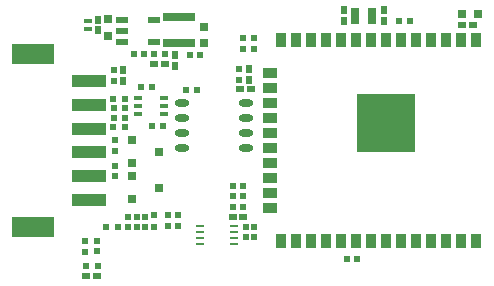
<source format=gtp>
G04 Layer_Color=8421504*
%FSLAX24Y24*%
%MOIN*%
G70*
G01*
G75*
%ADD10R,0.0413X0.0236*%
%ADD11R,0.0315X0.0157*%
%ADD12R,0.0276X0.0276*%
%ADD13R,0.0197X0.0236*%
%ADD14R,0.0315X0.0098*%
%ADD15R,0.0256X0.0128*%
%ADD16O,0.0492X0.0236*%
%ADD17R,0.0354X0.0472*%
%ADD18R,0.0472X0.0354*%
%ADD19R,0.1968X0.1968*%
%ADD20R,0.1417X0.0709*%
%ADD21R,0.1181X0.0394*%
%ADD22R,0.0232X0.0244*%
%ADD23R,0.1063X0.0315*%
%ADD24R,0.0295X0.0551*%
%ADD25R,0.0300X0.0300*%
%ADD26R,0.0217X0.0217*%
%ADD27R,0.0213X0.0252*%
%ADD28R,0.0217X0.0217*%
%ADD29R,0.0252X0.0213*%
%ADD30R,0.0236X0.0197*%
%ADD31R,0.0300X0.0300*%
D10*
X4782Y4024D02*
D03*
Y3276D02*
D03*
X3738D02*
D03*
Y3650D02*
D03*
Y4024D02*
D03*
D11*
X5123Y1406D02*
D03*
Y1150D02*
D03*
Y894D02*
D03*
X4277D02*
D03*
Y1150D02*
D03*
Y1406D02*
D03*
D12*
X4961Y-370D02*
D03*
X4061Y-740D02*
D03*
Y10D02*
D03*
Y-1190D02*
D03*
Y-1940D02*
D03*
X4961Y-1570D02*
D03*
D13*
X3834Y444D02*
D03*
X3440D02*
D03*
X3590Y-2880D02*
D03*
X3196D02*
D03*
X2915Y-4184D02*
D03*
X2522D02*
D03*
X3834Y1400D02*
D03*
X3440D02*
D03*
D14*
X6333Y-2855D02*
D03*
Y-3052D02*
D03*
Y-3248D02*
D03*
Y-3445D02*
D03*
X7467Y-2855D02*
D03*
Y-3052D02*
D03*
Y-3248D02*
D03*
Y-3445D02*
D03*
D15*
X2600Y3978D02*
D03*
Y3722D02*
D03*
D16*
X7873Y-253D02*
D03*
Y247D02*
D03*
Y747D02*
D03*
Y1247D02*
D03*
X5727Y-253D02*
D03*
Y247D02*
D03*
Y747D02*
D03*
Y1247D02*
D03*
D17*
X15546Y3346D02*
D03*
X15046D02*
D03*
X14546D02*
D03*
X14046D02*
D03*
X13546D02*
D03*
X13046D02*
D03*
X12546D02*
D03*
X12046D02*
D03*
X11546D02*
D03*
X11046D02*
D03*
X10546D02*
D03*
X10046D02*
D03*
X9546D02*
D03*
X9046D02*
D03*
Y-3346D02*
D03*
X9546D02*
D03*
X10046D02*
D03*
X10546D02*
D03*
X11046D02*
D03*
X11546D02*
D03*
X12046D02*
D03*
X12546D02*
D03*
X13046D02*
D03*
X13546D02*
D03*
X14046D02*
D03*
X14546D02*
D03*
X15046D02*
D03*
X15546D02*
D03*
D18*
X8653Y2250D02*
D03*
Y1750D02*
D03*
Y1250D02*
D03*
Y750D02*
D03*
Y250D02*
D03*
Y-250D02*
D03*
Y-750D02*
D03*
Y-1250D02*
D03*
Y-1750D02*
D03*
Y-2250D02*
D03*
D19*
X12515Y591D02*
D03*
D20*
X766Y2894D02*
D03*
Y-2894D02*
D03*
D21*
X2616Y1969D02*
D03*
Y1181D02*
D03*
Y394D02*
D03*
Y-394D02*
D03*
Y-1181D02*
D03*
Y-1968D02*
D03*
D22*
X3471Y1100D02*
D03*
X3829D02*
D03*
X3461Y750D02*
D03*
X3819D02*
D03*
D23*
X5630Y3254D02*
D03*
Y4120D02*
D03*
D24*
X11509Y4160D02*
D03*
X12080D02*
D03*
D25*
X6450Y3250D02*
D03*
Y3800D02*
D03*
X3280Y4050D02*
D03*
Y3500D02*
D03*
D26*
X7777Y-2200D02*
D03*
X7423D02*
D03*
X5873Y1670D02*
D03*
X6227D02*
D03*
X7773Y3050D02*
D03*
X8127D02*
D03*
X7773Y3410D02*
D03*
X8127D02*
D03*
X5993Y2860D02*
D03*
X6347D02*
D03*
X4477Y2880D02*
D03*
X4123D02*
D03*
X5157Y2870D02*
D03*
X4803D02*
D03*
X11577Y-3950D02*
D03*
X11223D02*
D03*
X7423Y-1850D02*
D03*
X7777D02*
D03*
X7423Y-1500D02*
D03*
X7777D02*
D03*
X5089Y480D02*
D03*
X4734D02*
D03*
X4373Y1800D02*
D03*
X4727D02*
D03*
X12973Y3979D02*
D03*
X13327D02*
D03*
D27*
X11120Y4341D02*
D03*
Y3979D02*
D03*
X7960Y2029D02*
D03*
Y2391D02*
D03*
X5513Y2488D02*
D03*
Y2850D02*
D03*
X3760Y1999D02*
D03*
Y2361D02*
D03*
X2930Y3669D02*
D03*
Y4031D02*
D03*
X12470Y4341D02*
D03*
Y3979D02*
D03*
D28*
X3500Y-1197D02*
D03*
Y-843D02*
D03*
Y7D02*
D03*
Y-347D02*
D03*
X4510Y-2887D02*
D03*
Y-2533D02*
D03*
X4230Y-2887D02*
D03*
Y-2533D02*
D03*
X7640Y2387D02*
D03*
Y2033D02*
D03*
X3449Y2351D02*
D03*
Y1996D02*
D03*
X3930Y-2887D02*
D03*
Y-2533D02*
D03*
X2900Y-3338D02*
D03*
Y-3693D02*
D03*
X7858Y-3229D02*
D03*
Y-2874D02*
D03*
X8131Y-3229D02*
D03*
Y-2874D02*
D03*
D29*
X8031Y1710D02*
D03*
X7669D02*
D03*
X4799Y2540D02*
D03*
X5161D02*
D03*
X2539Y-4515D02*
D03*
X2901D02*
D03*
X7781Y-2550D02*
D03*
X7419D02*
D03*
X15431Y3850D02*
D03*
X15069D02*
D03*
D30*
X5270Y-2466D02*
D03*
Y-2860D02*
D03*
X4810Y-2870D02*
D03*
Y-2476D02*
D03*
X5600Y-2466D02*
D03*
Y-2860D02*
D03*
X2500Y-3732D02*
D03*
Y-3338D02*
D03*
D31*
X15050Y4220D02*
D03*
X15600D02*
D03*
M02*

</source>
